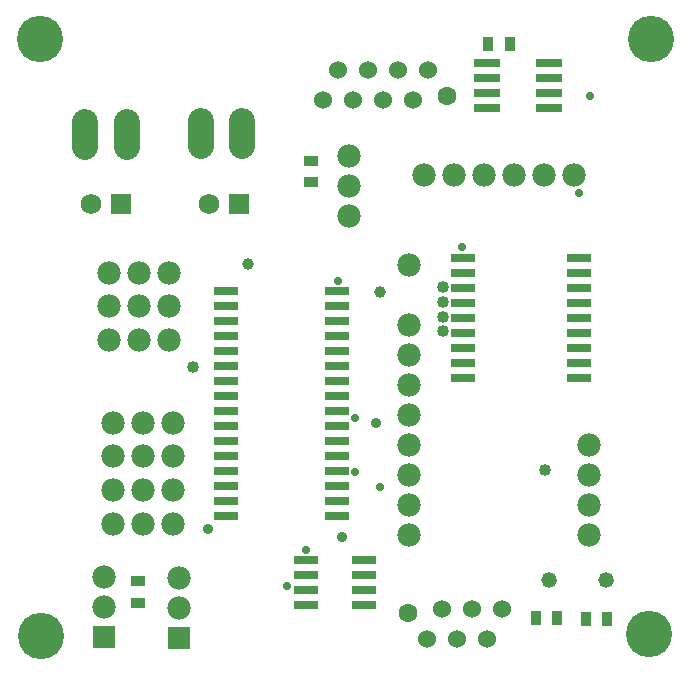
<source format=gbs>
G75*
G70*
%OFA0B0*%
%FSLAX24Y24*%
%IPPOS*%
%LPD*%
%AMOC8*
5,1,8,0,0,1.08239X$1,22.5*
%
%ADD10R,0.0910X0.0280*%
%ADD11R,0.0355X0.0512*%
%ADD12C,0.0520*%
%ADD13R,0.0512X0.0355*%
%ADD14R,0.0840X0.0300*%
%ADD15R,0.0820X0.0250*%
%ADD16C,0.0780*%
%ADD17C,0.0880*%
%ADD18R,0.0780X0.0780*%
%ADD19C,0.0600*%
%ADD20C,0.0631*%
%ADD21C,0.0690*%
%ADD22R,0.0690X0.0690*%
%ADD23R,0.0820X0.0260*%
%ADD24C,0.0400*%
%ADD25C,0.0276*%
%ADD26C,0.0394*%
%ADD27C,0.0355*%
%ADD28C,0.1542*%
D10*
X017000Y019086D03*
X017000Y019586D03*
X017000Y020086D03*
X017000Y020586D03*
X019060Y020586D03*
X019060Y020086D03*
X019060Y019586D03*
X019060Y019086D03*
D11*
X017763Y021217D03*
X017055Y021217D03*
X018626Y002061D03*
X019334Y002061D03*
X020301Y002036D03*
X021009Y002036D03*
D12*
X020980Y003336D03*
X019080Y003336D03*
D13*
X005380Y003290D03*
X005380Y002581D03*
X011130Y016606D03*
X011130Y017315D03*
D14*
X016225Y014086D03*
X016225Y013586D03*
X016225Y013086D03*
X016225Y012586D03*
X016225Y012086D03*
X016225Y011586D03*
X016225Y011086D03*
X016225Y010586D03*
X016225Y010086D03*
X020085Y010086D03*
X020085Y010586D03*
X020085Y011086D03*
X020085Y011586D03*
X020085Y012086D03*
X020085Y012586D03*
X020085Y013086D03*
X020085Y013586D03*
X020085Y014086D03*
D15*
X012005Y012961D03*
X012005Y012461D03*
X012005Y011961D03*
X012005Y011461D03*
X012005Y010961D03*
X012005Y010461D03*
X012005Y009961D03*
X012005Y009461D03*
X012005Y008961D03*
X012005Y008461D03*
X012005Y007961D03*
X012005Y007461D03*
X012005Y006961D03*
X012005Y006461D03*
X012005Y005961D03*
X012005Y005461D03*
X008305Y005461D03*
X008305Y005961D03*
X008305Y006461D03*
X008305Y006961D03*
X008305Y007461D03*
X008305Y007961D03*
X008305Y008461D03*
X008305Y008961D03*
X008305Y009461D03*
X008305Y009961D03*
X008305Y010461D03*
X008305Y010961D03*
X008305Y011461D03*
X008305Y011961D03*
X008305Y012461D03*
X008305Y012961D03*
D16*
X006405Y012461D03*
X005405Y012461D03*
X004405Y012461D03*
X004405Y013561D03*
X005405Y013561D03*
X006405Y013561D03*
X006405Y011336D03*
X005405Y011336D03*
X004405Y011336D03*
X004530Y008586D03*
X005530Y008586D03*
X006530Y008586D03*
X006530Y007461D03*
X005530Y007461D03*
X004530Y007461D03*
X004530Y006336D03*
X005530Y006336D03*
X006530Y006336D03*
X006530Y005211D03*
X005530Y005211D03*
X004530Y005211D03*
X004255Y003436D03*
X004255Y002436D03*
X006730Y002411D03*
X006730Y003411D03*
X014405Y004836D03*
X014405Y005836D03*
X014405Y006836D03*
X014405Y007836D03*
X014405Y008836D03*
X014405Y009836D03*
X014405Y010836D03*
X014405Y011836D03*
X014405Y013836D03*
X012405Y015486D03*
X012405Y016486D03*
X012405Y017486D03*
X014905Y016836D03*
X015905Y016836D03*
X016905Y016836D03*
X017905Y016836D03*
X018905Y016836D03*
X019905Y016836D03*
X020405Y007836D03*
X020405Y006836D03*
X020405Y005836D03*
X020405Y004836D03*
D17*
X008844Y017799D02*
X008844Y018639D01*
X007466Y018639D02*
X007466Y017799D01*
X004994Y017774D02*
X004994Y018614D01*
X003616Y018614D02*
X003616Y017774D01*
D18*
X004255Y001436D03*
X006730Y001411D03*
D19*
X015005Y001375D03*
X016005Y001375D03*
X017005Y001375D03*
X016505Y002375D03*
X015505Y002375D03*
X017505Y002375D03*
X014530Y019336D03*
X013530Y019336D03*
X012530Y019336D03*
X011530Y019336D03*
X012030Y020336D03*
X013030Y020336D03*
X014030Y020336D03*
X015030Y020336D03*
D20*
X015668Y019480D03*
X014367Y002231D03*
D21*
X007755Y015886D03*
X003805Y015886D03*
D22*
X004805Y015886D03*
X008755Y015886D03*
D23*
X010981Y004013D03*
X010981Y003513D03*
X010981Y003013D03*
X010981Y002513D03*
X012921Y002513D03*
X012921Y003013D03*
X012921Y003513D03*
X012921Y004013D03*
D24*
X018940Y007006D03*
X015535Y011621D03*
X015535Y012111D03*
X015535Y012601D03*
X015535Y013091D03*
X007200Y010446D03*
D25*
X012035Y013301D03*
X016165Y014421D03*
X020085Y016241D03*
X020435Y019461D03*
X012595Y008751D03*
X012595Y006931D03*
X013435Y006441D03*
X010985Y004341D03*
X010355Y003151D03*
D26*
X013430Y012936D03*
X009055Y013886D03*
D27*
X013295Y008555D03*
X012161Y004754D03*
X007702Y005034D03*
D28*
X002158Y001478D03*
X022423Y001541D03*
X022472Y021386D03*
X002095Y021365D03*
M02*

</source>
